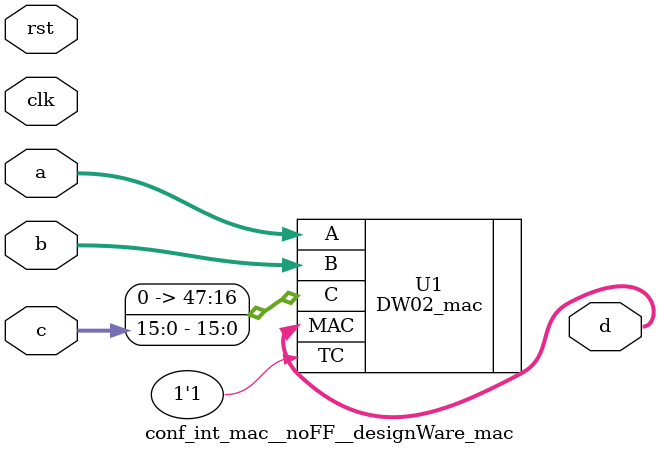
<source format=v>

module conf_int_mac__noFF__designWare_mac( clk, rst, a, b, c, d
 );
//--- parameters
//parameter BT_RND = 0
parameter OP_BITWIDTH = 16; //operator bit width
parameter DATA_PATH_BITWIDTH = 16; //flip flop Bit width


//--- input,outputs
input clk;
input rst;
input [DATA_PATH_BITWIDTH -1:0] a;
input [DATA_PATH_BITWIDTH-1:0] b;
input [DATA_PATH_BITWIDTH-1:0] c;
output [2*(DATA_PATH_BITWIDTH)-1:0] d;

  DW02_mac #(DATA_PATH_BITWIDTH, DATA_PATH_BITWIDTH) U1(.A(a), .B(b), .C({32'b0, c}), .TC(1'b1), .MAC(d));

endmodule

</source>
